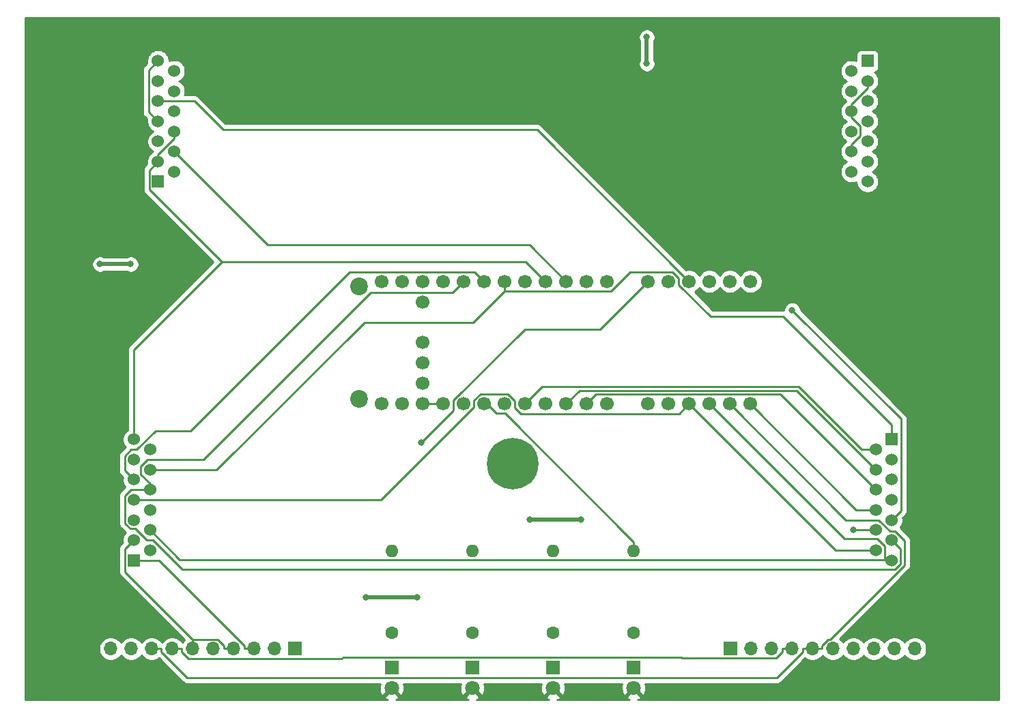
<source format=gbr>
G04 #@! TF.GenerationSoftware,KiCad,Pcbnew,(5.1.6-0-10_14)*
G04 #@! TF.CreationDate,2020-06-12T13:27:27+08:00*
G04 #@! TF.ProjectId,Kinesis,4b696e65-7369-4732-9e6b-696361645f70,rev?*
G04 #@! TF.SameCoordinates,Original*
G04 #@! TF.FileFunction,Copper,L1,Top*
G04 #@! TF.FilePolarity,Positive*
%FSLAX46Y46*%
G04 Gerber Fmt 4.6, Leading zero omitted, Abs format (unit mm)*
G04 Created by KiCad (PCBNEW (5.1.6-0-10_14)) date 2020-06-12 13:27:27*
%MOMM*%
%LPD*%
G01*
G04 APERTURE LIST*
G04 #@! TA.AperFunction,ComponentPad*
%ADD10R,1.524000X1.524000*%
G04 #@! TD*
G04 #@! TA.AperFunction,ComponentPad*
%ADD11C,1.524000*%
G04 #@! TD*
G04 #@! TA.AperFunction,ComponentPad*
%ADD12C,0.800000*%
G04 #@! TD*
G04 #@! TA.AperFunction,ComponentPad*
%ADD13C,6.400000*%
G04 #@! TD*
G04 #@! TA.AperFunction,ComponentPad*
%ADD14C,1.700000*%
G04 #@! TD*
G04 #@! TA.AperFunction,ComponentPad*
%ADD15C,2.200000*%
G04 #@! TD*
G04 #@! TA.AperFunction,ComponentPad*
%ADD16R,1.700000X1.700000*%
G04 #@! TD*
G04 #@! TA.AperFunction,ComponentPad*
%ADD17O,1.700000X1.700000*%
G04 #@! TD*
G04 #@! TA.AperFunction,ComponentPad*
%ADD18O,1.600000X1.600000*%
G04 #@! TD*
G04 #@! TA.AperFunction,ComponentPad*
%ADD19C,1.600000*%
G04 #@! TD*
G04 #@! TA.AperFunction,ComponentPad*
%ADD20C,1.800000*%
G04 #@! TD*
G04 #@! TA.AperFunction,ComponentPad*
%ADD21R,1.800000X1.800000*%
G04 #@! TD*
G04 #@! TA.AperFunction,ViaPad*
%ADD22C,0.800000*%
G04 #@! TD*
G04 #@! TA.AperFunction,Conductor*
%ADD23C,0.250000*%
G04 #@! TD*
G04 #@! TA.AperFunction,Conductor*
%ADD24C,0.500000*%
G04 #@! TD*
G04 #@! TA.AperFunction,Conductor*
%ADD25C,0.254000*%
G04 #@! TD*
G04 APERTURE END LIST*
D10*
X194000000Y-38000000D03*
D11*
X192000000Y-39250000D03*
X194000000Y-40500000D03*
X192000000Y-41750000D03*
X194000000Y-43000000D03*
X192000000Y-44250000D03*
X194000000Y-45500000D03*
X192000000Y-46750000D03*
X194000000Y-48000000D03*
X192000000Y-49250000D03*
X194000000Y-50500000D03*
X192000000Y-51750000D03*
X194000000Y-53000000D03*
D10*
X197000000Y-85000000D03*
D11*
X195000000Y-86250000D03*
X197000000Y-87500000D03*
X195000000Y-88750000D03*
X197000000Y-90000000D03*
X195000000Y-91250000D03*
X197000000Y-92500000D03*
X195000000Y-93750000D03*
X197000000Y-95000000D03*
X195000000Y-96250000D03*
X197000000Y-97500000D03*
X195000000Y-98750000D03*
X197000000Y-100000000D03*
D10*
X103000000Y-100000000D03*
D11*
X105000000Y-98750000D03*
X103000000Y-97500000D03*
X105000000Y-96250000D03*
X103000000Y-95000000D03*
X105000000Y-93750000D03*
X103000000Y-92500000D03*
X105000000Y-91250000D03*
X103000000Y-90000000D03*
X105000000Y-88750000D03*
X103000000Y-87500000D03*
X105000000Y-86250000D03*
X103000000Y-85000000D03*
D10*
X106000000Y-53000000D03*
D11*
X108000000Y-51750000D03*
X106000000Y-50500000D03*
X108000000Y-49250000D03*
X106000000Y-48000000D03*
X108000000Y-46750000D03*
X106000000Y-45500000D03*
X108000000Y-44250000D03*
X106000000Y-43000000D03*
X108000000Y-41750000D03*
X106000000Y-40500000D03*
X108000000Y-39250000D03*
X106000000Y-38000000D03*
D12*
X151697056Y-86302944D03*
X150000000Y-85600000D03*
X148302944Y-86302944D03*
X147600000Y-88000000D03*
X148302944Y-89697056D03*
X150000000Y-90400000D03*
X151697056Y-89697056D03*
X152400000Y-88000000D03*
D13*
X150000000Y-88000000D03*
D14*
X133750000Y-65385000D03*
X136290000Y-80600000D03*
D15*
X130925200Y-65995000D03*
X130925200Y-79990400D03*
D14*
X133750000Y-80600000D03*
X138830000Y-78060000D03*
X138830000Y-80600000D03*
X141370000Y-80600000D03*
X143910000Y-80600000D03*
X146450000Y-80600000D03*
X138830000Y-75520000D03*
X138830000Y-72980000D03*
X148990000Y-80600000D03*
X151530000Y-80600000D03*
X154070000Y-80600000D03*
X156610000Y-80600000D03*
X159150000Y-80600000D03*
X161690000Y-80600000D03*
X169310000Y-80600000D03*
X174390000Y-80600000D03*
X176930000Y-80600000D03*
X171850000Y-80600000D03*
X179470000Y-80600000D03*
X166770000Y-80600000D03*
X136290000Y-65385000D03*
X138830000Y-65385000D03*
X143910000Y-65385000D03*
X138830000Y-67925000D03*
X141370000Y-65385000D03*
X146450000Y-65385000D03*
X148990000Y-65385000D03*
X151530000Y-65385000D03*
X156610000Y-65385000D03*
X159150000Y-65385000D03*
X154070000Y-65385000D03*
X161690000Y-65385000D03*
X169310000Y-65385000D03*
X166770000Y-65385000D03*
X174390000Y-65385000D03*
X171850000Y-65385000D03*
X176930000Y-65385000D03*
X179470000Y-65385000D03*
D16*
X177000000Y-111000000D03*
D17*
X179540000Y-111000000D03*
X182080000Y-111000000D03*
X184620000Y-111000000D03*
X187160000Y-111000000D03*
X189700000Y-111000000D03*
X192240000Y-111000000D03*
X194780000Y-111000000D03*
X197320000Y-111000000D03*
X199860000Y-111000000D03*
D16*
X123000000Y-111000000D03*
D17*
X120460000Y-111000000D03*
X117920000Y-111000000D03*
X115380000Y-111000000D03*
X112840000Y-111000000D03*
X110300000Y-111000000D03*
X107760000Y-111000000D03*
X105220000Y-111000000D03*
X102680000Y-111000000D03*
X100140000Y-111000000D03*
D18*
X135000000Y-98840000D03*
D19*
X135000000Y-109000000D03*
X145000000Y-109000000D03*
D18*
X145000000Y-98840000D03*
X155000000Y-98840000D03*
D19*
X155000000Y-109000000D03*
D18*
X165000000Y-98840000D03*
D19*
X165000000Y-109000000D03*
D20*
X135000000Y-115890000D03*
D21*
X135000000Y-113350000D03*
X145000000Y-113350000D03*
D20*
X145000000Y-115890000D03*
X155000000Y-115890000D03*
D21*
X155000000Y-113350000D03*
D20*
X165000000Y-115890000D03*
D21*
X165000000Y-113350000D03*
D22*
X154940000Y-44196000D03*
X158496000Y-94996000D03*
X152146000Y-94996000D03*
X184656400Y-68949700D03*
X192278000Y-96266000D03*
X131826000Y-104648000D03*
X138176000Y-104648000D03*
X102616000Y-63246000D03*
X98806000Y-63246000D03*
X138680600Y-85391900D03*
X166624000Y-38354000D03*
X166624000Y-35052000D03*
D23*
X152146000Y-94996000D02*
X152146000Y-94996000D01*
X158496000Y-94996000D02*
X158496000Y-94996000D01*
X165000000Y-97714700D02*
X149064000Y-81778700D01*
X149064000Y-81778700D02*
X147947000Y-81778700D01*
X147947000Y-81778700D02*
X146768300Y-80600000D01*
X146768300Y-80600000D02*
X146450000Y-80600000D01*
X165000000Y-98840000D02*
X165000000Y-97714700D01*
X171850000Y-65385000D02*
X153012700Y-46547700D01*
X153012700Y-46547700D02*
X114059400Y-46547700D01*
X114059400Y-46547700D02*
X110511700Y-43000000D01*
X110511700Y-43000000D02*
X106000000Y-43000000D01*
X148990000Y-66565400D02*
X145102900Y-70452500D01*
X145102900Y-70452500D02*
X131582600Y-70452500D01*
X131582600Y-70452500D02*
X113285100Y-88750000D01*
X113285100Y-88750000D02*
X105000000Y-88750000D01*
X148990000Y-65385000D02*
X148990000Y-66565400D01*
X148990000Y-66565400D02*
X162202700Y-66565400D01*
X162202700Y-66565400D02*
X164568500Y-64199600D01*
X164568500Y-64199600D02*
X169791000Y-64199600D01*
X169791000Y-64199600D02*
X170580000Y-64988600D01*
X170580000Y-64988600D02*
X170580000Y-65793100D01*
X170580000Y-65793100D02*
X174509600Y-69722700D01*
X174509600Y-69722700D02*
X183502000Y-69722700D01*
X183502000Y-69722700D02*
X197000000Y-83220700D01*
X197000000Y-83220700D02*
X197000000Y-85000000D01*
X146450000Y-65385000D02*
X145270000Y-64205000D01*
X145270000Y-64205000D02*
X129798700Y-64205000D01*
X129798700Y-64205000D02*
X110050800Y-83952900D01*
X110050800Y-83952900D02*
X105672200Y-83952900D01*
X105672200Y-83952900D02*
X103375100Y-86250000D01*
X103375100Y-86250000D02*
X102701300Y-86250000D01*
X102701300Y-86250000D02*
X101865900Y-87085400D01*
X101865900Y-87085400D02*
X101865900Y-88865900D01*
X101865900Y-88865900D02*
X103000000Y-90000000D01*
X184656400Y-68949700D02*
X198147700Y-82441000D01*
X198147700Y-82441000D02*
X198147700Y-93852300D01*
X198147700Y-93852300D02*
X197000000Y-95000000D01*
X105000000Y-91250000D02*
X102642300Y-91250000D01*
X102642300Y-91250000D02*
X101902200Y-91990100D01*
X101902200Y-91990100D02*
X101902200Y-95439900D01*
X101902200Y-95439900D02*
X102552900Y-96090600D01*
X102552900Y-96090600D02*
X103215500Y-96090600D01*
X103215500Y-96090600D02*
X104624900Y-97500000D01*
X104624900Y-97500000D02*
X105353100Y-97500000D01*
X105353100Y-97500000D02*
X108988300Y-101135200D01*
X108988300Y-101135200D02*
X197403100Y-101135200D01*
X197403100Y-101135200D02*
X198097100Y-100441200D01*
X198097100Y-100441200D02*
X198097100Y-98597100D01*
X198097100Y-98597100D02*
X197000000Y-97500000D01*
X105000000Y-91250000D02*
X105000000Y-90462100D01*
X105000000Y-90462100D02*
X103892400Y-89354500D01*
X103892400Y-89354500D02*
X103892400Y-88312000D01*
X103892400Y-88312000D02*
X104704400Y-87500000D01*
X104704400Y-87500000D02*
X111600200Y-87500000D01*
X111600200Y-87500000D02*
X132361100Y-66739100D01*
X132361100Y-66739100D02*
X142555900Y-66739100D01*
X142555900Y-66739100D02*
X143910000Y-65385000D01*
X159150000Y-80600000D02*
X160357500Y-79392500D01*
X160357500Y-79392500D02*
X183142500Y-79392500D01*
X183142500Y-79392500D02*
X195000000Y-91250000D01*
X196107800Y-99965400D02*
X108715400Y-99965400D01*
X108715400Y-99965400D02*
X105000000Y-96250000D01*
X197000000Y-100000000D02*
X196965400Y-99965400D01*
X196965400Y-99965400D02*
X196107800Y-99965400D01*
X174390000Y-80600000D02*
X191130600Y-97340600D01*
X191130600Y-97340600D02*
X195215600Y-97340600D01*
X195215600Y-97340600D02*
X196107800Y-98232800D01*
X196107800Y-98232800D02*
X196107800Y-99965400D01*
X184620000Y-111000000D02*
X183444700Y-111000000D01*
X107760000Y-111000000D02*
X108935300Y-111000000D01*
X108935300Y-111000000D02*
X108935300Y-111367300D01*
X108935300Y-111367300D02*
X109767900Y-112199900D01*
X109767900Y-112199900D02*
X128849700Y-112199900D01*
X128849700Y-112199900D02*
X128949500Y-112100100D01*
X128949500Y-112100100D02*
X170899700Y-112100100D01*
X170899700Y-112100100D02*
X170974900Y-112175300D01*
X170974900Y-112175300D02*
X182636800Y-112175300D01*
X182636800Y-112175300D02*
X183444700Y-111367400D01*
X183444700Y-111367400D02*
X183444700Y-111000000D01*
X151530000Y-80600000D02*
X153644500Y-78485500D01*
X153644500Y-78485500D02*
X185465200Y-78485500D01*
X185465200Y-78485500D02*
X193229700Y-86250000D01*
X193229700Y-86250000D02*
X195000000Y-86250000D01*
X192294000Y-96250000D02*
X192278000Y-96266000D01*
X195000000Y-96250000D02*
X192294000Y-96250000D01*
D24*
X131826000Y-104648000D02*
X138176000Y-104648000D01*
X102616000Y-63246000D02*
X98806000Y-63246000D01*
X152146000Y-94996000D02*
X158496000Y-94996000D01*
D23*
X138680600Y-85391900D02*
X142640000Y-81432500D01*
X142640000Y-81432500D02*
X142640000Y-80180600D01*
X142640000Y-80180600D02*
X151478000Y-71342600D01*
X151478000Y-71342600D02*
X160812400Y-71342600D01*
X160812400Y-71342600D02*
X166770000Y-65385000D01*
X115380000Y-111000000D02*
X114204700Y-111000000D01*
X110300000Y-109824700D02*
X113396800Y-109824700D01*
X113396800Y-109824700D02*
X114204700Y-110632600D01*
X114204700Y-110632600D02*
X114204700Y-111000000D01*
X110300000Y-109937300D02*
X110300000Y-109824700D01*
X110300000Y-111000000D02*
X110300000Y-109937300D01*
X110300000Y-109824700D02*
X101912600Y-101437300D01*
X101912600Y-101437300D02*
X101912600Y-98587400D01*
X101912600Y-98587400D02*
X103000000Y-97500000D01*
X117920000Y-111000000D02*
X116744700Y-111000000D01*
X116744700Y-111000000D02*
X116744700Y-110632700D01*
X116744700Y-110632700D02*
X106112000Y-100000000D01*
X106112000Y-100000000D02*
X103000000Y-100000000D01*
X192000000Y-44250000D02*
X192000000Y-43375000D01*
X192000000Y-43375000D02*
X194000000Y-41375000D01*
X194000000Y-41375000D02*
X194000000Y-40500000D01*
X192000000Y-49250000D02*
X192000000Y-48375000D01*
X192000000Y-48375000D02*
X193107700Y-47267300D01*
X193107700Y-47267300D02*
X193107700Y-46145500D01*
X193107700Y-46145500D02*
X192000000Y-45037800D01*
X192000000Y-45037800D02*
X192000000Y-44250000D01*
X195000000Y-93750000D02*
X192620000Y-93750000D01*
X192620000Y-93750000D02*
X179470000Y-80600000D01*
X171850000Y-80600000D02*
X190000000Y-98750000D01*
X190000000Y-98750000D02*
X195000000Y-98750000D01*
X171850000Y-80600000D02*
X170620900Y-81829100D01*
X170620900Y-81829100D02*
X151001800Y-81829100D01*
X151001800Y-81829100D02*
X150260000Y-81087300D01*
X150260000Y-81087300D02*
X150260000Y-80202400D01*
X150260000Y-80202400D02*
X149436800Y-79379200D01*
X149436800Y-79379200D02*
X145976100Y-79379200D01*
X145976100Y-79379200D02*
X145180000Y-80175300D01*
X145180000Y-80175300D02*
X145180000Y-80998900D01*
X145180000Y-80998900D02*
X133678900Y-92500000D01*
X133678900Y-92500000D02*
X103000000Y-92500000D01*
X156610000Y-65385000D02*
X152086800Y-60861800D01*
X152086800Y-60861800D02*
X119611800Y-60861800D01*
X119611800Y-60861800D02*
X108000000Y-49250000D01*
X106000000Y-45500000D02*
X104852300Y-44352300D01*
X104852300Y-44352300D02*
X104852300Y-39147700D01*
X104852300Y-39147700D02*
X106000000Y-38000000D01*
X106000000Y-50500000D02*
X106000000Y-49625000D01*
X106000000Y-49625000D02*
X108000000Y-47625000D01*
X108000000Y-47625000D02*
X108000000Y-46750000D01*
X113906000Y-62942400D02*
X104912600Y-53949000D01*
X104912600Y-53949000D02*
X104912600Y-51587400D01*
X104912600Y-51587400D02*
X106000000Y-50500000D01*
X154070000Y-65385000D02*
X151627400Y-62942400D01*
X151627400Y-62942400D02*
X113906000Y-62942400D01*
X113906000Y-62942400D02*
X103000000Y-73848400D01*
X103000000Y-73848400D02*
X103000000Y-85000000D01*
X187160000Y-111000000D02*
X185984700Y-111000000D01*
X105220000Y-111000000D02*
X106395300Y-111000000D01*
X106395300Y-111000000D02*
X106395300Y-111367300D01*
X106395300Y-111367300D02*
X109603400Y-114575400D01*
X109603400Y-114575400D02*
X182776600Y-114575400D01*
X182776600Y-114575400D02*
X185984700Y-111367300D01*
X185984700Y-111367300D02*
X185984700Y-111000000D01*
X187160000Y-111000000D02*
X188335300Y-111000000D01*
X188335300Y-111000000D02*
X188335300Y-110613700D01*
X188335300Y-110613700D02*
X189124300Y-109824700D01*
X189124300Y-109824700D02*
X189387500Y-109824700D01*
X189387500Y-109824700D02*
X198598100Y-100614100D01*
X198598100Y-100614100D02*
X198598100Y-97560200D01*
X198598100Y-97560200D02*
X197447200Y-96409300D01*
X197447200Y-96409300D02*
X196784400Y-96409300D01*
X196784400Y-96409300D02*
X195391700Y-95016600D01*
X195391700Y-95016600D02*
X191346600Y-95016600D01*
X191346600Y-95016600D02*
X176930000Y-80600000D01*
X195000000Y-88750000D02*
X185187300Y-78937300D01*
X185187300Y-78937300D02*
X158272700Y-78937300D01*
X158272700Y-78937300D02*
X156610000Y-80600000D01*
X141370000Y-80600000D02*
X138830000Y-80600000D01*
D24*
X166624000Y-38354000D02*
X166624000Y-35052000D01*
D25*
G36*
X210241100Y-117343600D02*
G01*
X165493486Y-117343600D01*
X165651199Y-117288222D01*
X165800792Y-117208261D01*
X165884475Y-116954080D01*
X165000000Y-116069605D01*
X164115525Y-116954080D01*
X164199208Y-117208261D01*
X164471775Y-117339158D01*
X164489073Y-117343600D01*
X155493486Y-117343600D01*
X155651199Y-117288222D01*
X155800792Y-117208261D01*
X155884475Y-116954080D01*
X155000000Y-116069605D01*
X154115525Y-116954080D01*
X154199208Y-117208261D01*
X154471775Y-117339158D01*
X154489073Y-117343600D01*
X145493486Y-117343600D01*
X145651199Y-117288222D01*
X145800792Y-117208261D01*
X145884475Y-116954080D01*
X145000000Y-116069605D01*
X144115525Y-116954080D01*
X144199208Y-117208261D01*
X144471775Y-117339158D01*
X144489073Y-117343600D01*
X135493486Y-117343600D01*
X135651199Y-117288222D01*
X135800792Y-117208261D01*
X135884475Y-116954080D01*
X135000000Y-116069605D01*
X134115525Y-116954080D01*
X134199208Y-117208261D01*
X134471775Y-117339158D01*
X134489073Y-117343600D01*
X89561100Y-117343600D01*
X89561100Y-110853740D01*
X98655000Y-110853740D01*
X98655000Y-111146260D01*
X98712068Y-111433158D01*
X98824010Y-111703411D01*
X98986525Y-111946632D01*
X99193368Y-112153475D01*
X99436589Y-112315990D01*
X99706842Y-112427932D01*
X99993740Y-112485000D01*
X100286260Y-112485000D01*
X100573158Y-112427932D01*
X100843411Y-112315990D01*
X101086632Y-112153475D01*
X101293475Y-111946632D01*
X101410000Y-111772240D01*
X101526525Y-111946632D01*
X101733368Y-112153475D01*
X101976589Y-112315990D01*
X102246842Y-112427932D01*
X102533740Y-112485000D01*
X102826260Y-112485000D01*
X103113158Y-112427932D01*
X103383411Y-112315990D01*
X103626632Y-112153475D01*
X103833475Y-111946632D01*
X103950000Y-111772240D01*
X104066525Y-111946632D01*
X104273368Y-112153475D01*
X104516589Y-112315990D01*
X104786842Y-112427932D01*
X105073740Y-112485000D01*
X105366260Y-112485000D01*
X105653158Y-112427932D01*
X105923411Y-112315990D01*
X106130690Y-112177491D01*
X109039601Y-115086403D01*
X109063399Y-115115401D01*
X109092397Y-115139199D01*
X109179124Y-115210374D01*
X109311153Y-115280946D01*
X109454414Y-115324403D01*
X109603400Y-115339077D01*
X109640733Y-115335400D01*
X133563508Y-115335400D01*
X133550842Y-115361775D01*
X133475635Y-115654642D01*
X133459009Y-115956553D01*
X133501603Y-116255907D01*
X133601778Y-116541199D01*
X133681739Y-116690792D01*
X133935920Y-116774475D01*
X134820395Y-115890000D01*
X134806253Y-115875858D01*
X134985858Y-115696253D01*
X135000000Y-115710395D01*
X135014143Y-115696253D01*
X135193748Y-115875858D01*
X135179605Y-115890000D01*
X136064080Y-116774475D01*
X136318261Y-116690792D01*
X136449158Y-116418225D01*
X136524365Y-116125358D01*
X136540991Y-115823447D01*
X136498397Y-115524093D01*
X136432141Y-115335400D01*
X143563508Y-115335400D01*
X143550842Y-115361775D01*
X143475635Y-115654642D01*
X143459009Y-115956553D01*
X143501603Y-116255907D01*
X143601778Y-116541199D01*
X143681739Y-116690792D01*
X143935920Y-116774475D01*
X144820395Y-115890000D01*
X144806253Y-115875858D01*
X144985858Y-115696253D01*
X145000000Y-115710395D01*
X145014143Y-115696253D01*
X145193748Y-115875858D01*
X145179605Y-115890000D01*
X146064080Y-116774475D01*
X146318261Y-116690792D01*
X146449158Y-116418225D01*
X146524365Y-116125358D01*
X146540991Y-115823447D01*
X146498397Y-115524093D01*
X146432141Y-115335400D01*
X153563508Y-115335400D01*
X153550842Y-115361775D01*
X153475635Y-115654642D01*
X153459009Y-115956553D01*
X153501603Y-116255907D01*
X153601778Y-116541199D01*
X153681739Y-116690792D01*
X153935920Y-116774475D01*
X154820395Y-115890000D01*
X154806253Y-115875858D01*
X154985858Y-115696253D01*
X155000000Y-115710395D01*
X155014143Y-115696253D01*
X155193748Y-115875858D01*
X155179605Y-115890000D01*
X156064080Y-116774475D01*
X156318261Y-116690792D01*
X156449158Y-116418225D01*
X156524365Y-116125358D01*
X156540991Y-115823447D01*
X156498397Y-115524093D01*
X156432141Y-115335400D01*
X163563508Y-115335400D01*
X163550842Y-115361775D01*
X163475635Y-115654642D01*
X163459009Y-115956553D01*
X163501603Y-116255907D01*
X163601778Y-116541199D01*
X163681739Y-116690792D01*
X163935920Y-116774475D01*
X164820395Y-115890000D01*
X164806253Y-115875858D01*
X164985858Y-115696253D01*
X165000000Y-115710395D01*
X165014143Y-115696253D01*
X165193748Y-115875858D01*
X165179605Y-115890000D01*
X166064080Y-116774475D01*
X166318261Y-116690792D01*
X166449158Y-116418225D01*
X166524365Y-116125358D01*
X166540991Y-115823447D01*
X166498397Y-115524093D01*
X166432141Y-115335400D01*
X182739278Y-115335400D01*
X182776600Y-115339076D01*
X182813922Y-115335400D01*
X182813933Y-115335400D01*
X182925586Y-115324403D01*
X183068847Y-115280946D01*
X183200876Y-115210374D01*
X183316601Y-115115401D01*
X183340404Y-115086397D01*
X186249311Y-112177491D01*
X186456589Y-112315990D01*
X186726842Y-112427932D01*
X187013740Y-112485000D01*
X187306260Y-112485000D01*
X187593158Y-112427932D01*
X187863411Y-112315990D01*
X188106632Y-112153475D01*
X188313475Y-111946632D01*
X188430000Y-111772240D01*
X188546525Y-111946632D01*
X188753368Y-112153475D01*
X188996589Y-112315990D01*
X189266842Y-112427932D01*
X189553740Y-112485000D01*
X189846260Y-112485000D01*
X190133158Y-112427932D01*
X190403411Y-112315990D01*
X190646632Y-112153475D01*
X190853475Y-111946632D01*
X190970000Y-111772240D01*
X191086525Y-111946632D01*
X191293368Y-112153475D01*
X191536589Y-112315990D01*
X191806842Y-112427932D01*
X192093740Y-112485000D01*
X192386260Y-112485000D01*
X192673158Y-112427932D01*
X192943411Y-112315990D01*
X193186632Y-112153475D01*
X193393475Y-111946632D01*
X193510000Y-111772240D01*
X193626525Y-111946632D01*
X193833368Y-112153475D01*
X194076589Y-112315990D01*
X194346842Y-112427932D01*
X194633740Y-112485000D01*
X194926260Y-112485000D01*
X195213158Y-112427932D01*
X195483411Y-112315990D01*
X195726632Y-112153475D01*
X195933475Y-111946632D01*
X196050000Y-111772240D01*
X196166525Y-111946632D01*
X196373368Y-112153475D01*
X196616589Y-112315990D01*
X196886842Y-112427932D01*
X197173740Y-112485000D01*
X197466260Y-112485000D01*
X197753158Y-112427932D01*
X198023411Y-112315990D01*
X198266632Y-112153475D01*
X198473475Y-111946632D01*
X198590000Y-111772240D01*
X198706525Y-111946632D01*
X198913368Y-112153475D01*
X199156589Y-112315990D01*
X199426842Y-112427932D01*
X199713740Y-112485000D01*
X200006260Y-112485000D01*
X200293158Y-112427932D01*
X200563411Y-112315990D01*
X200806632Y-112153475D01*
X201013475Y-111946632D01*
X201175990Y-111703411D01*
X201287932Y-111433158D01*
X201345000Y-111146260D01*
X201345000Y-110853740D01*
X201287932Y-110566842D01*
X201175990Y-110296589D01*
X201013475Y-110053368D01*
X200806632Y-109846525D01*
X200563411Y-109684010D01*
X200293158Y-109572068D01*
X200006260Y-109515000D01*
X199713740Y-109515000D01*
X199426842Y-109572068D01*
X199156589Y-109684010D01*
X198913368Y-109846525D01*
X198706525Y-110053368D01*
X198590000Y-110227760D01*
X198473475Y-110053368D01*
X198266632Y-109846525D01*
X198023411Y-109684010D01*
X197753158Y-109572068D01*
X197466260Y-109515000D01*
X197173740Y-109515000D01*
X196886842Y-109572068D01*
X196616589Y-109684010D01*
X196373368Y-109846525D01*
X196166525Y-110053368D01*
X196050000Y-110227760D01*
X195933475Y-110053368D01*
X195726632Y-109846525D01*
X195483411Y-109684010D01*
X195213158Y-109572068D01*
X194926260Y-109515000D01*
X194633740Y-109515000D01*
X194346842Y-109572068D01*
X194076589Y-109684010D01*
X193833368Y-109846525D01*
X193626525Y-110053368D01*
X193510000Y-110227760D01*
X193393475Y-110053368D01*
X193186632Y-109846525D01*
X192943411Y-109684010D01*
X192673158Y-109572068D01*
X192386260Y-109515000D01*
X192093740Y-109515000D01*
X191806842Y-109572068D01*
X191536589Y-109684010D01*
X191293368Y-109846525D01*
X191086525Y-110053368D01*
X190970000Y-110227760D01*
X190853475Y-110053368D01*
X190646632Y-109846525D01*
X190523051Y-109763951D01*
X199109109Y-101177893D01*
X199138101Y-101154101D01*
X199161895Y-101125108D01*
X199161899Y-101125104D01*
X199233073Y-101038377D01*
X199233074Y-101038376D01*
X199303646Y-100906347D01*
X199347103Y-100763086D01*
X199358100Y-100651433D01*
X199358100Y-100651424D01*
X199361776Y-100614101D01*
X199358100Y-100576778D01*
X199358100Y-97597522D01*
X199361776Y-97560199D01*
X199358100Y-97522876D01*
X199358100Y-97522867D01*
X199347103Y-97411214D01*
X199303646Y-97267953D01*
X199233074Y-97135924D01*
X199186954Y-97079726D01*
X199161899Y-97049196D01*
X199161895Y-97049192D01*
X199138101Y-97020199D01*
X199109108Y-96996405D01*
X198044178Y-95931477D01*
X198085120Y-95890535D01*
X198238005Y-95661727D01*
X198343314Y-95407490D01*
X198397000Y-95137592D01*
X198397000Y-94862408D01*
X198366372Y-94708430D01*
X198658703Y-94416099D01*
X198687701Y-94392301D01*
X198771285Y-94290454D01*
X198782674Y-94276577D01*
X198853246Y-94144547D01*
X198873191Y-94078795D01*
X198896703Y-94001286D01*
X198907700Y-93889633D01*
X198907700Y-93889623D01*
X198911376Y-93852300D01*
X198907700Y-93814977D01*
X198907700Y-82478322D01*
X198911376Y-82440999D01*
X198907700Y-82403676D01*
X198907700Y-82403667D01*
X198896703Y-82292014D01*
X198853246Y-82148753D01*
X198782674Y-82016724D01*
X198746381Y-81972501D01*
X198711499Y-81929996D01*
X198711495Y-81929992D01*
X198687701Y-81900999D01*
X198658710Y-81877207D01*
X185691400Y-68909899D01*
X185691400Y-68847761D01*
X185651626Y-68647802D01*
X185573605Y-68459444D01*
X185460337Y-68289926D01*
X185316174Y-68145763D01*
X185146656Y-68032495D01*
X184958298Y-67954474D01*
X184758339Y-67914700D01*
X184554461Y-67914700D01*
X184354502Y-67954474D01*
X184166144Y-68032495D01*
X183996626Y-68145763D01*
X183852463Y-68289926D01*
X183739195Y-68459444D01*
X183661174Y-68647802D01*
X183621400Y-68847761D01*
X183621400Y-68970783D01*
X183539333Y-68962700D01*
X183539322Y-68962700D01*
X183502000Y-68959024D01*
X183464678Y-68962700D01*
X174824402Y-68962700D01*
X172558974Y-66697273D01*
X172796632Y-66538475D01*
X173003475Y-66331632D01*
X173120000Y-66157240D01*
X173236525Y-66331632D01*
X173443368Y-66538475D01*
X173686589Y-66700990D01*
X173956842Y-66812932D01*
X174243740Y-66870000D01*
X174536260Y-66870000D01*
X174823158Y-66812932D01*
X175093411Y-66700990D01*
X175336632Y-66538475D01*
X175543475Y-66331632D01*
X175660000Y-66157240D01*
X175776525Y-66331632D01*
X175983368Y-66538475D01*
X176226589Y-66700990D01*
X176496842Y-66812932D01*
X176783740Y-66870000D01*
X177076260Y-66870000D01*
X177363158Y-66812932D01*
X177633411Y-66700990D01*
X177876632Y-66538475D01*
X178083475Y-66331632D01*
X178200000Y-66157240D01*
X178316525Y-66331632D01*
X178523368Y-66538475D01*
X178766589Y-66700990D01*
X179036842Y-66812932D01*
X179323740Y-66870000D01*
X179616260Y-66870000D01*
X179903158Y-66812932D01*
X180173411Y-66700990D01*
X180416632Y-66538475D01*
X180623475Y-66331632D01*
X180785990Y-66088411D01*
X180897932Y-65818158D01*
X180955000Y-65531260D01*
X180955000Y-65238740D01*
X180897932Y-64951842D01*
X180785990Y-64681589D01*
X180623475Y-64438368D01*
X180416632Y-64231525D01*
X180173411Y-64069010D01*
X179903158Y-63957068D01*
X179616260Y-63900000D01*
X179323740Y-63900000D01*
X179036842Y-63957068D01*
X178766589Y-64069010D01*
X178523368Y-64231525D01*
X178316525Y-64438368D01*
X178200000Y-64612760D01*
X178083475Y-64438368D01*
X177876632Y-64231525D01*
X177633411Y-64069010D01*
X177363158Y-63957068D01*
X177076260Y-63900000D01*
X176783740Y-63900000D01*
X176496842Y-63957068D01*
X176226589Y-64069010D01*
X175983368Y-64231525D01*
X175776525Y-64438368D01*
X175660000Y-64612760D01*
X175543475Y-64438368D01*
X175336632Y-64231525D01*
X175093411Y-64069010D01*
X174823158Y-63957068D01*
X174536260Y-63900000D01*
X174243740Y-63900000D01*
X173956842Y-63957068D01*
X173686589Y-64069010D01*
X173443368Y-64231525D01*
X173236525Y-64438368D01*
X173120000Y-64612760D01*
X173003475Y-64438368D01*
X172796632Y-64231525D01*
X172553411Y-64069010D01*
X172283158Y-63957068D01*
X171996260Y-63900000D01*
X171703740Y-63900000D01*
X171483592Y-63943790D01*
X153576504Y-46036703D01*
X153552701Y-46007699D01*
X153436976Y-45912726D01*
X153304947Y-45842154D01*
X153161686Y-45798697D01*
X153050033Y-45787700D01*
X153050022Y-45787700D01*
X153012700Y-45784024D01*
X152975378Y-45787700D01*
X114374203Y-45787700D01*
X111075504Y-42489003D01*
X111051701Y-42459999D01*
X110935976Y-42365026D01*
X110803947Y-42294454D01*
X110660686Y-42250997D01*
X110549033Y-42240000D01*
X110549022Y-42240000D01*
X110511700Y-42236324D01*
X110474378Y-42240000D01*
X109309137Y-42240000D01*
X109343314Y-42157490D01*
X109397000Y-41887592D01*
X109397000Y-41612408D01*
X109343314Y-41342510D01*
X109238005Y-41088273D01*
X109085120Y-40859465D01*
X108890535Y-40664880D01*
X108661727Y-40511995D01*
X108632769Y-40500000D01*
X108661727Y-40488005D01*
X108890535Y-40335120D01*
X109085120Y-40140535D01*
X109238005Y-39911727D01*
X109343314Y-39657490D01*
X109397000Y-39387592D01*
X109397000Y-39112408D01*
X109343314Y-38842510D01*
X109238005Y-38588273D01*
X109085120Y-38359465D01*
X108890535Y-38164880D01*
X108661727Y-38011995D01*
X108407490Y-37906686D01*
X108137592Y-37853000D01*
X107862408Y-37853000D01*
X107592510Y-37906686D01*
X107397000Y-37987669D01*
X107397000Y-37862408D01*
X107343314Y-37592510D01*
X107238005Y-37338273D01*
X107085120Y-37109465D01*
X106890535Y-36914880D01*
X106661727Y-36761995D01*
X106407490Y-36656686D01*
X106137592Y-36603000D01*
X105862408Y-36603000D01*
X105592510Y-36656686D01*
X105338273Y-36761995D01*
X105109465Y-36914880D01*
X104914880Y-37109465D01*
X104761995Y-37338273D01*
X104656686Y-37592510D01*
X104603000Y-37862408D01*
X104603000Y-38137592D01*
X104633628Y-38291571D01*
X104341298Y-38583901D01*
X104312300Y-38607699D01*
X104288502Y-38636697D01*
X104288501Y-38636698D01*
X104217326Y-38723424D01*
X104146754Y-38855454D01*
X104103298Y-38998715D01*
X104088624Y-39147700D01*
X104092301Y-39185032D01*
X104092300Y-44314977D01*
X104088624Y-44352300D01*
X104092300Y-44389622D01*
X104092300Y-44389632D01*
X104103297Y-44501285D01*
X104137344Y-44613524D01*
X104146754Y-44644546D01*
X104217326Y-44776576D01*
X104228344Y-44790001D01*
X104312299Y-44892301D01*
X104341303Y-44916104D01*
X104633628Y-45208429D01*
X104603000Y-45362408D01*
X104603000Y-45637592D01*
X104656686Y-45907490D01*
X104761995Y-46161727D01*
X104914880Y-46390535D01*
X105109465Y-46585120D01*
X105338273Y-46738005D01*
X105367231Y-46750000D01*
X105338273Y-46761995D01*
X105109465Y-46914880D01*
X104914880Y-47109465D01*
X104761995Y-47338273D01*
X104656686Y-47592510D01*
X104603000Y-47862408D01*
X104603000Y-48137592D01*
X104656686Y-48407490D01*
X104761995Y-48661727D01*
X104914880Y-48890535D01*
X105109465Y-49085120D01*
X105338273Y-49238005D01*
X105343861Y-49240320D01*
X105328944Y-49268229D01*
X105109465Y-49414880D01*
X104914880Y-49609465D01*
X104761995Y-49838273D01*
X104656686Y-50092510D01*
X104603000Y-50362408D01*
X104603000Y-50637592D01*
X104633628Y-50791571D01*
X104401598Y-51023601D01*
X104372600Y-51047399D01*
X104348802Y-51076397D01*
X104348801Y-51076398D01*
X104277626Y-51163124D01*
X104207054Y-51295154D01*
X104163598Y-51438415D01*
X104148924Y-51587400D01*
X104152601Y-51624732D01*
X104152600Y-53911677D01*
X104148924Y-53949000D01*
X104152600Y-53986322D01*
X104152600Y-53986332D01*
X104163597Y-54097985D01*
X104169212Y-54116494D01*
X104207054Y-54241246D01*
X104277626Y-54373276D01*
X104317471Y-54421826D01*
X104372599Y-54489001D01*
X104401603Y-54512804D01*
X112831198Y-62942400D01*
X102489003Y-73284596D01*
X102459999Y-73308399D01*
X102404871Y-73375574D01*
X102365026Y-73424124D01*
X102294455Y-73556153D01*
X102294454Y-73556154D01*
X102250997Y-73699415D01*
X102240000Y-73811068D01*
X102240000Y-73811078D01*
X102236324Y-73848400D01*
X102240000Y-73885722D01*
X102240001Y-83827658D01*
X102109465Y-83914880D01*
X101914880Y-84109465D01*
X101761995Y-84338273D01*
X101656686Y-84592510D01*
X101603000Y-84862408D01*
X101603000Y-85137592D01*
X101656686Y-85407490D01*
X101761995Y-85661727D01*
X101914880Y-85890535D01*
X101950422Y-85926077D01*
X101354902Y-86521597D01*
X101325899Y-86545399D01*
X101277116Y-86604842D01*
X101230926Y-86661124D01*
X101188766Y-86740000D01*
X101160354Y-86793154D01*
X101116897Y-86936415D01*
X101105900Y-87048068D01*
X101105900Y-87048078D01*
X101102224Y-87085400D01*
X101105900Y-87122723D01*
X101105901Y-88828568D01*
X101102224Y-88865900D01*
X101105901Y-88903233D01*
X101116898Y-89014886D01*
X101125198Y-89042247D01*
X101160354Y-89158146D01*
X101230926Y-89290176D01*
X101270399Y-89338273D01*
X101325900Y-89405901D01*
X101354898Y-89429699D01*
X101633628Y-89708429D01*
X101603000Y-89862408D01*
X101603000Y-90137592D01*
X101656686Y-90407490D01*
X101761995Y-90661727D01*
X101914880Y-90890535D01*
X101920921Y-90896576D01*
X101391202Y-91426297D01*
X101362199Y-91450099D01*
X101307071Y-91517274D01*
X101267226Y-91565824D01*
X101218229Y-91657490D01*
X101196654Y-91697854D01*
X101153197Y-91841115D01*
X101142200Y-91952768D01*
X101142200Y-91952778D01*
X101138524Y-91990100D01*
X101142200Y-92027423D01*
X101142201Y-95402568D01*
X101138524Y-95439900D01*
X101142201Y-95477233D01*
X101143459Y-95490000D01*
X101153198Y-95588885D01*
X101196654Y-95732146D01*
X101267226Y-95864176D01*
X101338401Y-95950902D01*
X101362200Y-95979901D01*
X101391198Y-96003699D01*
X101955922Y-96568423D01*
X101914880Y-96609465D01*
X101761995Y-96838273D01*
X101656686Y-97092510D01*
X101603000Y-97362408D01*
X101603000Y-97637592D01*
X101633628Y-97791571D01*
X101401598Y-98023601D01*
X101372600Y-98047399D01*
X101348802Y-98076397D01*
X101348801Y-98076398D01*
X101277626Y-98163124D01*
X101207054Y-98295154D01*
X101190517Y-98349673D01*
X101169110Y-98420245D01*
X101163598Y-98438415D01*
X101148924Y-98587400D01*
X101152601Y-98624732D01*
X101152600Y-101399977D01*
X101148924Y-101437300D01*
X101152600Y-101474622D01*
X101152600Y-101474632D01*
X101163597Y-101586285D01*
X101190569Y-101675201D01*
X101207054Y-101729546D01*
X101277626Y-101861576D01*
X101296195Y-101884202D01*
X101372599Y-101977301D01*
X101401603Y-102001104D01*
X109300196Y-109899697D01*
X109146525Y-110053368D01*
X109030000Y-110227760D01*
X108913475Y-110053368D01*
X108706632Y-109846525D01*
X108463411Y-109684010D01*
X108193158Y-109572068D01*
X107906260Y-109515000D01*
X107613740Y-109515000D01*
X107326842Y-109572068D01*
X107056589Y-109684010D01*
X106813368Y-109846525D01*
X106606525Y-110053368D01*
X106490000Y-110227760D01*
X106373475Y-110053368D01*
X106166632Y-109846525D01*
X105923411Y-109684010D01*
X105653158Y-109572068D01*
X105366260Y-109515000D01*
X105073740Y-109515000D01*
X104786842Y-109572068D01*
X104516589Y-109684010D01*
X104273368Y-109846525D01*
X104066525Y-110053368D01*
X103950000Y-110227760D01*
X103833475Y-110053368D01*
X103626632Y-109846525D01*
X103383411Y-109684010D01*
X103113158Y-109572068D01*
X102826260Y-109515000D01*
X102533740Y-109515000D01*
X102246842Y-109572068D01*
X101976589Y-109684010D01*
X101733368Y-109846525D01*
X101526525Y-110053368D01*
X101410000Y-110227760D01*
X101293475Y-110053368D01*
X101086632Y-109846525D01*
X100843411Y-109684010D01*
X100573158Y-109572068D01*
X100286260Y-109515000D01*
X99993740Y-109515000D01*
X99706842Y-109572068D01*
X99436589Y-109684010D01*
X99193368Y-109846525D01*
X98986525Y-110053368D01*
X98824010Y-110296589D01*
X98712068Y-110566842D01*
X98655000Y-110853740D01*
X89561100Y-110853740D01*
X89561100Y-63144061D01*
X97771000Y-63144061D01*
X97771000Y-63347939D01*
X97810774Y-63547898D01*
X97888795Y-63736256D01*
X98002063Y-63905774D01*
X98146226Y-64049937D01*
X98315744Y-64163205D01*
X98504102Y-64241226D01*
X98704061Y-64281000D01*
X98907939Y-64281000D01*
X99107898Y-64241226D01*
X99296256Y-64163205D01*
X99344454Y-64131000D01*
X102077546Y-64131000D01*
X102125744Y-64163205D01*
X102314102Y-64241226D01*
X102514061Y-64281000D01*
X102717939Y-64281000D01*
X102917898Y-64241226D01*
X103106256Y-64163205D01*
X103275774Y-64049937D01*
X103419937Y-63905774D01*
X103533205Y-63736256D01*
X103611226Y-63547898D01*
X103651000Y-63347939D01*
X103651000Y-63144061D01*
X103611226Y-62944102D01*
X103533205Y-62755744D01*
X103419937Y-62586226D01*
X103275774Y-62442063D01*
X103106256Y-62328795D01*
X102917898Y-62250774D01*
X102717939Y-62211000D01*
X102514061Y-62211000D01*
X102314102Y-62250774D01*
X102125744Y-62328795D01*
X102077546Y-62361000D01*
X99344454Y-62361000D01*
X99296256Y-62328795D01*
X99107898Y-62250774D01*
X98907939Y-62211000D01*
X98704061Y-62211000D01*
X98504102Y-62250774D01*
X98315744Y-62328795D01*
X98146226Y-62442063D01*
X98002063Y-62586226D01*
X97888795Y-62755744D01*
X97810774Y-62944102D01*
X97771000Y-63144061D01*
X89561100Y-63144061D01*
X89561100Y-34950061D01*
X165589000Y-34950061D01*
X165589000Y-35153939D01*
X165628774Y-35353898D01*
X165706795Y-35542256D01*
X165739001Y-35590456D01*
X165739000Y-37815545D01*
X165706795Y-37863744D01*
X165628774Y-38052102D01*
X165589000Y-38252061D01*
X165589000Y-38455939D01*
X165628774Y-38655898D01*
X165706795Y-38844256D01*
X165820063Y-39013774D01*
X165964226Y-39157937D01*
X166133744Y-39271205D01*
X166322102Y-39349226D01*
X166522061Y-39389000D01*
X166725939Y-39389000D01*
X166925898Y-39349226D01*
X167114256Y-39271205D01*
X167283774Y-39157937D01*
X167329303Y-39112408D01*
X190603000Y-39112408D01*
X190603000Y-39387592D01*
X190656686Y-39657490D01*
X190761995Y-39911727D01*
X190914880Y-40140535D01*
X191109465Y-40335120D01*
X191338273Y-40488005D01*
X191367231Y-40500000D01*
X191338273Y-40511995D01*
X191109465Y-40664880D01*
X190914880Y-40859465D01*
X190761995Y-41088273D01*
X190656686Y-41342510D01*
X190603000Y-41612408D01*
X190603000Y-41887592D01*
X190656686Y-42157490D01*
X190761995Y-42411727D01*
X190914880Y-42640535D01*
X191109465Y-42835120D01*
X191338273Y-42988005D01*
X191343861Y-42990320D01*
X191328944Y-43018229D01*
X191109465Y-43164880D01*
X190914880Y-43359465D01*
X190761995Y-43588273D01*
X190656686Y-43842510D01*
X190603000Y-44112408D01*
X190603000Y-44387592D01*
X190656686Y-44657490D01*
X190761995Y-44911727D01*
X190914880Y-45140535D01*
X191109465Y-45335120D01*
X191338273Y-45488005D01*
X191367231Y-45500000D01*
X191338273Y-45511995D01*
X191109465Y-45664880D01*
X190914880Y-45859465D01*
X190761995Y-46088273D01*
X190656686Y-46342510D01*
X190603000Y-46612408D01*
X190603000Y-46887592D01*
X190656686Y-47157490D01*
X190761995Y-47411727D01*
X190914880Y-47640535D01*
X191109465Y-47835120D01*
X191338273Y-47988005D01*
X191343861Y-47990320D01*
X191328944Y-48018229D01*
X191109465Y-48164880D01*
X190914880Y-48359465D01*
X190761995Y-48588273D01*
X190656686Y-48842510D01*
X190603000Y-49112408D01*
X190603000Y-49387592D01*
X190656686Y-49657490D01*
X190761995Y-49911727D01*
X190914880Y-50140535D01*
X191109465Y-50335120D01*
X191338273Y-50488005D01*
X191367231Y-50500000D01*
X191338273Y-50511995D01*
X191109465Y-50664880D01*
X190914880Y-50859465D01*
X190761995Y-51088273D01*
X190656686Y-51342510D01*
X190603000Y-51612408D01*
X190603000Y-51887592D01*
X190656686Y-52157490D01*
X190761995Y-52411727D01*
X190914880Y-52640535D01*
X191109465Y-52835120D01*
X191338273Y-52988005D01*
X191592510Y-53093314D01*
X191862408Y-53147000D01*
X192137592Y-53147000D01*
X192407490Y-53093314D01*
X192603000Y-53012331D01*
X192603000Y-53137592D01*
X192656686Y-53407490D01*
X192761995Y-53661727D01*
X192914880Y-53890535D01*
X193109465Y-54085120D01*
X193338273Y-54238005D01*
X193592510Y-54343314D01*
X193862408Y-54397000D01*
X194137592Y-54397000D01*
X194407490Y-54343314D01*
X194661727Y-54238005D01*
X194890535Y-54085120D01*
X195085120Y-53890535D01*
X195238005Y-53661727D01*
X195343314Y-53407490D01*
X195397000Y-53137592D01*
X195397000Y-52862408D01*
X195343314Y-52592510D01*
X195238005Y-52338273D01*
X195085120Y-52109465D01*
X194890535Y-51914880D01*
X194661727Y-51761995D01*
X194632769Y-51750000D01*
X194661727Y-51738005D01*
X194890535Y-51585120D01*
X195085120Y-51390535D01*
X195238005Y-51161727D01*
X195343314Y-50907490D01*
X195397000Y-50637592D01*
X195397000Y-50362408D01*
X195343314Y-50092510D01*
X195238005Y-49838273D01*
X195085120Y-49609465D01*
X194890535Y-49414880D01*
X194661727Y-49261995D01*
X194632769Y-49250000D01*
X194661727Y-49238005D01*
X194890535Y-49085120D01*
X195085120Y-48890535D01*
X195238005Y-48661727D01*
X195343314Y-48407490D01*
X195397000Y-48137592D01*
X195397000Y-47862408D01*
X195343314Y-47592510D01*
X195238005Y-47338273D01*
X195085120Y-47109465D01*
X194890535Y-46914880D01*
X194661727Y-46761995D01*
X194632769Y-46750000D01*
X194661727Y-46738005D01*
X194890535Y-46585120D01*
X195085120Y-46390535D01*
X195238005Y-46161727D01*
X195343314Y-45907490D01*
X195397000Y-45637592D01*
X195397000Y-45362408D01*
X195343314Y-45092510D01*
X195238005Y-44838273D01*
X195085120Y-44609465D01*
X194890535Y-44414880D01*
X194661727Y-44261995D01*
X194632769Y-44250000D01*
X194661727Y-44238005D01*
X194890535Y-44085120D01*
X195085120Y-43890535D01*
X195238005Y-43661727D01*
X195343314Y-43407490D01*
X195397000Y-43137592D01*
X195397000Y-42862408D01*
X195343314Y-42592510D01*
X195238005Y-42338273D01*
X195085120Y-42109465D01*
X194890535Y-41914880D01*
X194661727Y-41761995D01*
X194656139Y-41759680D01*
X194671057Y-41731771D01*
X194890535Y-41585120D01*
X195085120Y-41390535D01*
X195238005Y-41161727D01*
X195343314Y-40907490D01*
X195397000Y-40637592D01*
X195397000Y-40362408D01*
X195343314Y-40092510D01*
X195238005Y-39838273D01*
X195085120Y-39609465D01*
X194890535Y-39414880D01*
X194854708Y-39390941D01*
X194886482Y-39387812D01*
X195006180Y-39351502D01*
X195116494Y-39292537D01*
X195213185Y-39213185D01*
X195292537Y-39116494D01*
X195351502Y-39006180D01*
X195387812Y-38886482D01*
X195400072Y-38762000D01*
X195400072Y-37238000D01*
X195387812Y-37113518D01*
X195351502Y-36993820D01*
X195292537Y-36883506D01*
X195213185Y-36786815D01*
X195116494Y-36707463D01*
X195006180Y-36648498D01*
X194886482Y-36612188D01*
X194762000Y-36599928D01*
X193238000Y-36599928D01*
X193113518Y-36612188D01*
X192993820Y-36648498D01*
X192883506Y-36707463D01*
X192786815Y-36786815D01*
X192707463Y-36883506D01*
X192648498Y-36993820D01*
X192612188Y-37113518D01*
X192599928Y-37238000D01*
X192599928Y-37986397D01*
X192407490Y-37906686D01*
X192137592Y-37853000D01*
X191862408Y-37853000D01*
X191592510Y-37906686D01*
X191338273Y-38011995D01*
X191109465Y-38164880D01*
X190914880Y-38359465D01*
X190761995Y-38588273D01*
X190656686Y-38842510D01*
X190603000Y-39112408D01*
X167329303Y-39112408D01*
X167427937Y-39013774D01*
X167541205Y-38844256D01*
X167619226Y-38655898D01*
X167659000Y-38455939D01*
X167659000Y-38252061D01*
X167619226Y-38052102D01*
X167541205Y-37863744D01*
X167509000Y-37815546D01*
X167509000Y-35590454D01*
X167541205Y-35542256D01*
X167619226Y-35353898D01*
X167659000Y-35153939D01*
X167659000Y-34950061D01*
X167619226Y-34750102D01*
X167541205Y-34561744D01*
X167427937Y-34392226D01*
X167283774Y-34248063D01*
X167114256Y-34134795D01*
X166925898Y-34056774D01*
X166725939Y-34017000D01*
X166522061Y-34017000D01*
X166322102Y-34056774D01*
X166133744Y-34134795D01*
X165964226Y-34248063D01*
X165820063Y-34392226D01*
X165706795Y-34561744D01*
X165628774Y-34750102D01*
X165589000Y-34950061D01*
X89561100Y-34950061D01*
X89561100Y-32663600D01*
X210241101Y-32663600D01*
X210241100Y-117343600D01*
G37*
X210241100Y-117343600D02*
X165493486Y-117343600D01*
X165651199Y-117288222D01*
X165800792Y-117208261D01*
X165884475Y-116954080D01*
X165000000Y-116069605D01*
X164115525Y-116954080D01*
X164199208Y-117208261D01*
X164471775Y-117339158D01*
X164489073Y-117343600D01*
X155493486Y-117343600D01*
X155651199Y-117288222D01*
X155800792Y-117208261D01*
X155884475Y-116954080D01*
X155000000Y-116069605D01*
X154115525Y-116954080D01*
X154199208Y-117208261D01*
X154471775Y-117339158D01*
X154489073Y-117343600D01*
X145493486Y-117343600D01*
X145651199Y-117288222D01*
X145800792Y-117208261D01*
X145884475Y-116954080D01*
X145000000Y-116069605D01*
X144115525Y-116954080D01*
X144199208Y-117208261D01*
X144471775Y-117339158D01*
X144489073Y-117343600D01*
X135493486Y-117343600D01*
X135651199Y-117288222D01*
X135800792Y-117208261D01*
X135884475Y-116954080D01*
X135000000Y-116069605D01*
X134115525Y-116954080D01*
X134199208Y-117208261D01*
X134471775Y-117339158D01*
X134489073Y-117343600D01*
X89561100Y-117343600D01*
X89561100Y-110853740D01*
X98655000Y-110853740D01*
X98655000Y-111146260D01*
X98712068Y-111433158D01*
X98824010Y-111703411D01*
X98986525Y-111946632D01*
X99193368Y-112153475D01*
X99436589Y-112315990D01*
X99706842Y-112427932D01*
X99993740Y-112485000D01*
X100286260Y-112485000D01*
X100573158Y-112427932D01*
X100843411Y-112315990D01*
X101086632Y-112153475D01*
X101293475Y-111946632D01*
X101410000Y-111772240D01*
X101526525Y-111946632D01*
X101733368Y-112153475D01*
X101976589Y-112315990D01*
X102246842Y-112427932D01*
X102533740Y-112485000D01*
X102826260Y-112485000D01*
X103113158Y-112427932D01*
X103383411Y-112315990D01*
X103626632Y-112153475D01*
X103833475Y-111946632D01*
X103950000Y-111772240D01*
X104066525Y-111946632D01*
X104273368Y-112153475D01*
X104516589Y-112315990D01*
X104786842Y-112427932D01*
X105073740Y-112485000D01*
X105366260Y-112485000D01*
X105653158Y-112427932D01*
X105923411Y-112315990D01*
X106130690Y-112177491D01*
X109039601Y-115086403D01*
X109063399Y-115115401D01*
X109092397Y-115139199D01*
X109179124Y-115210374D01*
X109311153Y-115280946D01*
X109454414Y-115324403D01*
X109603400Y-115339077D01*
X109640733Y-115335400D01*
X133563508Y-115335400D01*
X133550842Y-115361775D01*
X133475635Y-115654642D01*
X133459009Y-115956553D01*
X133501603Y-116255907D01*
X133601778Y-116541199D01*
X133681739Y-116690792D01*
X133935920Y-116774475D01*
X134820395Y-115890000D01*
X134806253Y-115875858D01*
X134985858Y-115696253D01*
X135000000Y-115710395D01*
X135014143Y-115696253D01*
X135193748Y-115875858D01*
X135179605Y-115890000D01*
X136064080Y-116774475D01*
X136318261Y-116690792D01*
X136449158Y-116418225D01*
X136524365Y-116125358D01*
X136540991Y-115823447D01*
X136498397Y-115524093D01*
X136432141Y-115335400D01*
X143563508Y-115335400D01*
X143550842Y-115361775D01*
X143475635Y-115654642D01*
X143459009Y-115956553D01*
X143501603Y-116255907D01*
X143601778Y-116541199D01*
X143681739Y-116690792D01*
X143935920Y-116774475D01*
X144820395Y-115890000D01*
X144806253Y-115875858D01*
X144985858Y-115696253D01*
X145000000Y-115710395D01*
X145014143Y-115696253D01*
X145193748Y-115875858D01*
X145179605Y-115890000D01*
X146064080Y-116774475D01*
X146318261Y-116690792D01*
X146449158Y-116418225D01*
X146524365Y-116125358D01*
X146540991Y-115823447D01*
X146498397Y-115524093D01*
X146432141Y-115335400D01*
X153563508Y-115335400D01*
X153550842Y-115361775D01*
X153475635Y-115654642D01*
X153459009Y-115956553D01*
X153501603Y-116255907D01*
X153601778Y-116541199D01*
X153681739Y-116690792D01*
X153935920Y-116774475D01*
X154820395Y-115890000D01*
X154806253Y-115875858D01*
X154985858Y-115696253D01*
X155000000Y-115710395D01*
X155014143Y-115696253D01*
X155193748Y-115875858D01*
X155179605Y-115890000D01*
X156064080Y-116774475D01*
X156318261Y-116690792D01*
X156449158Y-116418225D01*
X156524365Y-116125358D01*
X156540991Y-115823447D01*
X156498397Y-115524093D01*
X156432141Y-115335400D01*
X163563508Y-115335400D01*
X163550842Y-115361775D01*
X163475635Y-115654642D01*
X163459009Y-115956553D01*
X163501603Y-116255907D01*
X163601778Y-116541199D01*
X163681739Y-116690792D01*
X163935920Y-116774475D01*
X164820395Y-115890000D01*
X164806253Y-115875858D01*
X164985858Y-115696253D01*
X165000000Y-115710395D01*
X165014143Y-115696253D01*
X165193748Y-115875858D01*
X165179605Y-115890000D01*
X166064080Y-116774475D01*
X166318261Y-116690792D01*
X166449158Y-116418225D01*
X166524365Y-116125358D01*
X166540991Y-115823447D01*
X166498397Y-115524093D01*
X166432141Y-115335400D01*
X182739278Y-115335400D01*
X182776600Y-115339076D01*
X182813922Y-115335400D01*
X182813933Y-115335400D01*
X182925586Y-115324403D01*
X183068847Y-115280946D01*
X183200876Y-115210374D01*
X183316601Y-115115401D01*
X183340404Y-115086397D01*
X186249311Y-112177491D01*
X186456589Y-112315990D01*
X186726842Y-112427932D01*
X187013740Y-112485000D01*
X187306260Y-112485000D01*
X187593158Y-112427932D01*
X187863411Y-112315990D01*
X188106632Y-112153475D01*
X188313475Y-111946632D01*
X188430000Y-111772240D01*
X188546525Y-111946632D01*
X188753368Y-112153475D01*
X188996589Y-112315990D01*
X189266842Y-112427932D01*
X189553740Y-112485000D01*
X189846260Y-112485000D01*
X190133158Y-112427932D01*
X190403411Y-112315990D01*
X190646632Y-112153475D01*
X190853475Y-111946632D01*
X190970000Y-111772240D01*
X191086525Y-111946632D01*
X191293368Y-112153475D01*
X191536589Y-112315990D01*
X191806842Y-112427932D01*
X192093740Y-112485000D01*
X192386260Y-112485000D01*
X192673158Y-112427932D01*
X192943411Y-112315990D01*
X193186632Y-112153475D01*
X193393475Y-111946632D01*
X193510000Y-111772240D01*
X193626525Y-111946632D01*
X193833368Y-112153475D01*
X194076589Y-112315990D01*
X194346842Y-112427932D01*
X194633740Y-112485000D01*
X194926260Y-112485000D01*
X195213158Y-112427932D01*
X195483411Y-112315990D01*
X195726632Y-112153475D01*
X195933475Y-111946632D01*
X196050000Y-111772240D01*
X196166525Y-111946632D01*
X196373368Y-112153475D01*
X196616589Y-112315990D01*
X196886842Y-112427932D01*
X197173740Y-112485000D01*
X197466260Y-112485000D01*
X197753158Y-112427932D01*
X198023411Y-112315990D01*
X198266632Y-112153475D01*
X198473475Y-111946632D01*
X198590000Y-111772240D01*
X198706525Y-111946632D01*
X198913368Y-112153475D01*
X199156589Y-112315990D01*
X199426842Y-112427932D01*
X199713740Y-112485000D01*
X200006260Y-112485000D01*
X200293158Y-112427932D01*
X200563411Y-112315990D01*
X200806632Y-112153475D01*
X201013475Y-111946632D01*
X201175990Y-111703411D01*
X201287932Y-111433158D01*
X201345000Y-111146260D01*
X201345000Y-110853740D01*
X201287932Y-110566842D01*
X201175990Y-110296589D01*
X201013475Y-110053368D01*
X200806632Y-109846525D01*
X200563411Y-109684010D01*
X200293158Y-109572068D01*
X200006260Y-109515000D01*
X199713740Y-109515000D01*
X199426842Y-109572068D01*
X199156589Y-109684010D01*
X198913368Y-109846525D01*
X198706525Y-110053368D01*
X198590000Y-110227760D01*
X198473475Y-110053368D01*
X198266632Y-109846525D01*
X198023411Y-109684010D01*
X197753158Y-109572068D01*
X197466260Y-109515000D01*
X197173740Y-109515000D01*
X196886842Y-109572068D01*
X196616589Y-109684010D01*
X196373368Y-109846525D01*
X196166525Y-110053368D01*
X196050000Y-110227760D01*
X195933475Y-110053368D01*
X195726632Y-109846525D01*
X195483411Y-109684010D01*
X195213158Y-109572068D01*
X194926260Y-109515000D01*
X194633740Y-109515000D01*
X194346842Y-109572068D01*
X194076589Y-109684010D01*
X193833368Y-109846525D01*
X193626525Y-110053368D01*
X193510000Y-110227760D01*
X193393475Y-110053368D01*
X193186632Y-109846525D01*
X192943411Y-109684010D01*
X192673158Y-109572068D01*
X192386260Y-109515000D01*
X192093740Y-109515000D01*
X191806842Y-109572068D01*
X191536589Y-109684010D01*
X191293368Y-109846525D01*
X191086525Y-110053368D01*
X190970000Y-110227760D01*
X190853475Y-110053368D01*
X190646632Y-109846525D01*
X190523051Y-109763951D01*
X199109109Y-101177893D01*
X199138101Y-101154101D01*
X199161895Y-101125108D01*
X199161899Y-101125104D01*
X199233073Y-101038377D01*
X199233074Y-101038376D01*
X199303646Y-100906347D01*
X199347103Y-100763086D01*
X199358100Y-100651433D01*
X199358100Y-100651424D01*
X199361776Y-100614101D01*
X199358100Y-100576778D01*
X199358100Y-97597522D01*
X199361776Y-97560199D01*
X199358100Y-97522876D01*
X199358100Y-97522867D01*
X199347103Y-97411214D01*
X199303646Y-97267953D01*
X199233074Y-97135924D01*
X199186954Y-97079726D01*
X199161899Y-97049196D01*
X199161895Y-97049192D01*
X199138101Y-97020199D01*
X199109108Y-96996405D01*
X198044178Y-95931477D01*
X198085120Y-95890535D01*
X198238005Y-95661727D01*
X198343314Y-95407490D01*
X198397000Y-95137592D01*
X198397000Y-94862408D01*
X198366372Y-94708430D01*
X198658703Y-94416099D01*
X198687701Y-94392301D01*
X198771285Y-94290454D01*
X198782674Y-94276577D01*
X198853246Y-94144547D01*
X198873191Y-94078795D01*
X198896703Y-94001286D01*
X198907700Y-93889633D01*
X198907700Y-93889623D01*
X198911376Y-93852300D01*
X198907700Y-93814977D01*
X198907700Y-82478322D01*
X198911376Y-82440999D01*
X198907700Y-82403676D01*
X198907700Y-82403667D01*
X198896703Y-82292014D01*
X198853246Y-82148753D01*
X198782674Y-82016724D01*
X198746381Y-81972501D01*
X198711499Y-81929996D01*
X198711495Y-81929992D01*
X198687701Y-81900999D01*
X198658710Y-81877207D01*
X185691400Y-68909899D01*
X185691400Y-68847761D01*
X185651626Y-68647802D01*
X185573605Y-68459444D01*
X185460337Y-68289926D01*
X185316174Y-68145763D01*
X185146656Y-68032495D01*
X184958298Y-67954474D01*
X184758339Y-67914700D01*
X184554461Y-67914700D01*
X184354502Y-67954474D01*
X184166144Y-68032495D01*
X183996626Y-68145763D01*
X183852463Y-68289926D01*
X183739195Y-68459444D01*
X183661174Y-68647802D01*
X183621400Y-68847761D01*
X183621400Y-68970783D01*
X183539333Y-68962700D01*
X183539322Y-68962700D01*
X183502000Y-68959024D01*
X183464678Y-68962700D01*
X174824402Y-68962700D01*
X172558974Y-66697273D01*
X172796632Y-66538475D01*
X173003475Y-66331632D01*
X173120000Y-66157240D01*
X173236525Y-66331632D01*
X173443368Y-66538475D01*
X173686589Y-66700990D01*
X173956842Y-66812932D01*
X174243740Y-66870000D01*
X174536260Y-66870000D01*
X174823158Y-66812932D01*
X175093411Y-66700990D01*
X175336632Y-66538475D01*
X175543475Y-66331632D01*
X175660000Y-66157240D01*
X175776525Y-66331632D01*
X175983368Y-66538475D01*
X176226589Y-66700990D01*
X176496842Y-66812932D01*
X176783740Y-66870000D01*
X177076260Y-66870000D01*
X177363158Y-66812932D01*
X177633411Y-66700990D01*
X177876632Y-66538475D01*
X178083475Y-66331632D01*
X178200000Y-66157240D01*
X178316525Y-66331632D01*
X178523368Y-66538475D01*
X178766589Y-66700990D01*
X179036842Y-66812932D01*
X179323740Y-66870000D01*
X179616260Y-66870000D01*
X179903158Y-66812932D01*
X180173411Y-66700990D01*
X180416632Y-66538475D01*
X180623475Y-66331632D01*
X180785990Y-66088411D01*
X180897932Y-65818158D01*
X180955000Y-65531260D01*
X180955000Y-65238740D01*
X180897932Y-64951842D01*
X180785990Y-64681589D01*
X180623475Y-64438368D01*
X180416632Y-64231525D01*
X180173411Y-64069010D01*
X179903158Y-63957068D01*
X179616260Y-63900000D01*
X179323740Y-63900000D01*
X179036842Y-63957068D01*
X178766589Y-64069010D01*
X178523368Y-64231525D01*
X178316525Y-64438368D01*
X178200000Y-64612760D01*
X178083475Y-64438368D01*
X177876632Y-64231525D01*
X177633411Y-64069010D01*
X177363158Y-63957068D01*
X177076260Y-63900000D01*
X176783740Y-63900000D01*
X176496842Y-63957068D01*
X176226589Y-64069010D01*
X175983368Y-64231525D01*
X175776525Y-64438368D01*
X175660000Y-64612760D01*
X175543475Y-64438368D01*
X175336632Y-64231525D01*
X175093411Y-64069010D01*
X174823158Y-63957068D01*
X174536260Y-63900000D01*
X174243740Y-63900000D01*
X173956842Y-63957068D01*
X173686589Y-64069010D01*
X173443368Y-64231525D01*
X173236525Y-64438368D01*
X173120000Y-64612760D01*
X173003475Y-64438368D01*
X172796632Y-64231525D01*
X172553411Y-64069010D01*
X172283158Y-63957068D01*
X171996260Y-63900000D01*
X171703740Y-63900000D01*
X171483592Y-63943790D01*
X153576504Y-46036703D01*
X153552701Y-46007699D01*
X153436976Y-45912726D01*
X153304947Y-45842154D01*
X153161686Y-45798697D01*
X153050033Y-45787700D01*
X153050022Y-45787700D01*
X153012700Y-45784024D01*
X152975378Y-45787700D01*
X114374203Y-45787700D01*
X111075504Y-42489003D01*
X111051701Y-42459999D01*
X110935976Y-42365026D01*
X110803947Y-42294454D01*
X110660686Y-42250997D01*
X110549033Y-42240000D01*
X110549022Y-42240000D01*
X110511700Y-42236324D01*
X110474378Y-42240000D01*
X109309137Y-42240000D01*
X109343314Y-42157490D01*
X109397000Y-41887592D01*
X109397000Y-41612408D01*
X109343314Y-41342510D01*
X109238005Y-41088273D01*
X109085120Y-40859465D01*
X108890535Y-40664880D01*
X108661727Y-40511995D01*
X108632769Y-40500000D01*
X108661727Y-40488005D01*
X108890535Y-40335120D01*
X109085120Y-40140535D01*
X109238005Y-39911727D01*
X109343314Y-39657490D01*
X109397000Y-39387592D01*
X109397000Y-39112408D01*
X109343314Y-38842510D01*
X109238005Y-38588273D01*
X109085120Y-38359465D01*
X108890535Y-38164880D01*
X108661727Y-38011995D01*
X108407490Y-37906686D01*
X108137592Y-37853000D01*
X107862408Y-37853000D01*
X107592510Y-37906686D01*
X107397000Y-37987669D01*
X107397000Y-37862408D01*
X107343314Y-37592510D01*
X107238005Y-37338273D01*
X107085120Y-37109465D01*
X106890535Y-36914880D01*
X106661727Y-36761995D01*
X106407490Y-36656686D01*
X106137592Y-36603000D01*
X105862408Y-36603000D01*
X105592510Y-36656686D01*
X105338273Y-36761995D01*
X105109465Y-36914880D01*
X104914880Y-37109465D01*
X104761995Y-37338273D01*
X104656686Y-37592510D01*
X104603000Y-37862408D01*
X104603000Y-38137592D01*
X104633628Y-38291571D01*
X104341298Y-38583901D01*
X104312300Y-38607699D01*
X104288502Y-38636697D01*
X104288501Y-38636698D01*
X104217326Y-38723424D01*
X104146754Y-38855454D01*
X104103298Y-38998715D01*
X104088624Y-39147700D01*
X104092301Y-39185032D01*
X104092300Y-44314977D01*
X104088624Y-44352300D01*
X104092300Y-44389622D01*
X104092300Y-44389632D01*
X104103297Y-44501285D01*
X104137344Y-44613524D01*
X104146754Y-44644546D01*
X104217326Y-44776576D01*
X104228344Y-44790001D01*
X104312299Y-44892301D01*
X104341303Y-44916104D01*
X104633628Y-45208429D01*
X104603000Y-45362408D01*
X104603000Y-45637592D01*
X104656686Y-45907490D01*
X104761995Y-46161727D01*
X104914880Y-46390535D01*
X105109465Y-46585120D01*
X105338273Y-46738005D01*
X105367231Y-46750000D01*
X105338273Y-46761995D01*
X105109465Y-46914880D01*
X104914880Y-47109465D01*
X104761995Y-47338273D01*
X104656686Y-47592510D01*
X104603000Y-47862408D01*
X104603000Y-48137592D01*
X104656686Y-48407490D01*
X104761995Y-48661727D01*
X104914880Y-48890535D01*
X105109465Y-49085120D01*
X105338273Y-49238005D01*
X105343861Y-49240320D01*
X105328944Y-49268229D01*
X105109465Y-49414880D01*
X104914880Y-49609465D01*
X104761995Y-49838273D01*
X104656686Y-50092510D01*
X104603000Y-50362408D01*
X104603000Y-50637592D01*
X104633628Y-50791571D01*
X104401598Y-51023601D01*
X104372600Y-51047399D01*
X104348802Y-51076397D01*
X104348801Y-51076398D01*
X104277626Y-51163124D01*
X104207054Y-51295154D01*
X104163598Y-51438415D01*
X104148924Y-51587400D01*
X104152601Y-51624732D01*
X104152600Y-53911677D01*
X104148924Y-53949000D01*
X104152600Y-53986322D01*
X104152600Y-53986332D01*
X104163597Y-54097985D01*
X104169212Y-54116494D01*
X104207054Y-54241246D01*
X104277626Y-54373276D01*
X104317471Y-54421826D01*
X104372599Y-54489001D01*
X104401603Y-54512804D01*
X112831198Y-62942400D01*
X102489003Y-73284596D01*
X102459999Y-73308399D01*
X102404871Y-73375574D01*
X102365026Y-73424124D01*
X102294455Y-73556153D01*
X102294454Y-73556154D01*
X102250997Y-73699415D01*
X102240000Y-73811068D01*
X102240000Y-73811078D01*
X102236324Y-73848400D01*
X102240000Y-73885722D01*
X102240001Y-83827658D01*
X102109465Y-83914880D01*
X101914880Y-84109465D01*
X101761995Y-84338273D01*
X101656686Y-84592510D01*
X101603000Y-84862408D01*
X101603000Y-85137592D01*
X101656686Y-85407490D01*
X101761995Y-85661727D01*
X101914880Y-85890535D01*
X101950422Y-85926077D01*
X101354902Y-86521597D01*
X101325899Y-86545399D01*
X101277116Y-86604842D01*
X101230926Y-86661124D01*
X101188766Y-86740000D01*
X101160354Y-86793154D01*
X101116897Y-86936415D01*
X101105900Y-87048068D01*
X101105900Y-87048078D01*
X101102224Y-87085400D01*
X101105900Y-87122723D01*
X101105901Y-88828568D01*
X101102224Y-88865900D01*
X101105901Y-88903233D01*
X101116898Y-89014886D01*
X101125198Y-89042247D01*
X101160354Y-89158146D01*
X101230926Y-89290176D01*
X101270399Y-89338273D01*
X101325900Y-89405901D01*
X101354898Y-89429699D01*
X101633628Y-89708429D01*
X101603000Y-89862408D01*
X101603000Y-90137592D01*
X101656686Y-90407490D01*
X101761995Y-90661727D01*
X101914880Y-90890535D01*
X101920921Y-90896576D01*
X101391202Y-91426297D01*
X101362199Y-91450099D01*
X101307071Y-91517274D01*
X101267226Y-91565824D01*
X101218229Y-91657490D01*
X101196654Y-91697854D01*
X101153197Y-91841115D01*
X101142200Y-91952768D01*
X101142200Y-91952778D01*
X101138524Y-91990100D01*
X101142200Y-92027423D01*
X101142201Y-95402568D01*
X101138524Y-95439900D01*
X101142201Y-95477233D01*
X101143459Y-95490000D01*
X101153198Y-95588885D01*
X101196654Y-95732146D01*
X101267226Y-95864176D01*
X101338401Y-95950902D01*
X101362200Y-95979901D01*
X101391198Y-96003699D01*
X101955922Y-96568423D01*
X101914880Y-96609465D01*
X101761995Y-96838273D01*
X101656686Y-97092510D01*
X101603000Y-97362408D01*
X101603000Y-97637592D01*
X101633628Y-97791571D01*
X101401598Y-98023601D01*
X101372600Y-98047399D01*
X101348802Y-98076397D01*
X101348801Y-98076398D01*
X101277626Y-98163124D01*
X101207054Y-98295154D01*
X101190517Y-98349673D01*
X101169110Y-98420245D01*
X101163598Y-98438415D01*
X101148924Y-98587400D01*
X101152601Y-98624732D01*
X101152600Y-101399977D01*
X101148924Y-101437300D01*
X101152600Y-101474622D01*
X101152600Y-101474632D01*
X101163597Y-101586285D01*
X101190569Y-101675201D01*
X101207054Y-101729546D01*
X101277626Y-101861576D01*
X101296195Y-101884202D01*
X101372599Y-101977301D01*
X101401603Y-102001104D01*
X109300196Y-109899697D01*
X109146525Y-110053368D01*
X109030000Y-110227760D01*
X108913475Y-110053368D01*
X108706632Y-109846525D01*
X108463411Y-109684010D01*
X108193158Y-109572068D01*
X107906260Y-109515000D01*
X107613740Y-109515000D01*
X107326842Y-109572068D01*
X107056589Y-109684010D01*
X106813368Y-109846525D01*
X106606525Y-110053368D01*
X106490000Y-110227760D01*
X106373475Y-110053368D01*
X106166632Y-109846525D01*
X105923411Y-109684010D01*
X105653158Y-109572068D01*
X105366260Y-109515000D01*
X105073740Y-109515000D01*
X104786842Y-109572068D01*
X104516589Y-109684010D01*
X104273368Y-109846525D01*
X104066525Y-110053368D01*
X103950000Y-110227760D01*
X103833475Y-110053368D01*
X103626632Y-109846525D01*
X103383411Y-109684010D01*
X103113158Y-109572068D01*
X102826260Y-109515000D01*
X102533740Y-109515000D01*
X102246842Y-109572068D01*
X101976589Y-109684010D01*
X101733368Y-109846525D01*
X101526525Y-110053368D01*
X101410000Y-110227760D01*
X101293475Y-110053368D01*
X101086632Y-109846525D01*
X100843411Y-109684010D01*
X100573158Y-109572068D01*
X100286260Y-109515000D01*
X99993740Y-109515000D01*
X99706842Y-109572068D01*
X99436589Y-109684010D01*
X99193368Y-109846525D01*
X98986525Y-110053368D01*
X98824010Y-110296589D01*
X98712068Y-110566842D01*
X98655000Y-110853740D01*
X89561100Y-110853740D01*
X89561100Y-63144061D01*
X97771000Y-63144061D01*
X97771000Y-63347939D01*
X97810774Y-63547898D01*
X97888795Y-63736256D01*
X98002063Y-63905774D01*
X98146226Y-64049937D01*
X98315744Y-64163205D01*
X98504102Y-64241226D01*
X98704061Y-64281000D01*
X98907939Y-64281000D01*
X99107898Y-64241226D01*
X99296256Y-64163205D01*
X99344454Y-64131000D01*
X102077546Y-64131000D01*
X102125744Y-64163205D01*
X102314102Y-64241226D01*
X102514061Y-64281000D01*
X102717939Y-64281000D01*
X102917898Y-64241226D01*
X103106256Y-64163205D01*
X103275774Y-64049937D01*
X103419937Y-63905774D01*
X103533205Y-63736256D01*
X103611226Y-63547898D01*
X103651000Y-63347939D01*
X103651000Y-63144061D01*
X103611226Y-62944102D01*
X103533205Y-62755744D01*
X103419937Y-62586226D01*
X103275774Y-62442063D01*
X103106256Y-62328795D01*
X102917898Y-62250774D01*
X102717939Y-62211000D01*
X102514061Y-62211000D01*
X102314102Y-62250774D01*
X102125744Y-62328795D01*
X102077546Y-62361000D01*
X99344454Y-62361000D01*
X99296256Y-62328795D01*
X99107898Y-62250774D01*
X98907939Y-62211000D01*
X98704061Y-62211000D01*
X98504102Y-62250774D01*
X98315744Y-62328795D01*
X98146226Y-62442063D01*
X98002063Y-62586226D01*
X97888795Y-62755744D01*
X97810774Y-62944102D01*
X97771000Y-63144061D01*
X89561100Y-63144061D01*
X89561100Y-34950061D01*
X165589000Y-34950061D01*
X165589000Y-35153939D01*
X165628774Y-35353898D01*
X165706795Y-35542256D01*
X165739001Y-35590456D01*
X165739000Y-37815545D01*
X165706795Y-37863744D01*
X165628774Y-38052102D01*
X165589000Y-38252061D01*
X165589000Y-38455939D01*
X165628774Y-38655898D01*
X165706795Y-38844256D01*
X165820063Y-39013774D01*
X165964226Y-39157937D01*
X166133744Y-39271205D01*
X166322102Y-39349226D01*
X166522061Y-39389000D01*
X166725939Y-39389000D01*
X166925898Y-39349226D01*
X167114256Y-39271205D01*
X167283774Y-39157937D01*
X167329303Y-39112408D01*
X190603000Y-39112408D01*
X190603000Y-39387592D01*
X190656686Y-39657490D01*
X190761995Y-39911727D01*
X190914880Y-40140535D01*
X191109465Y-40335120D01*
X191338273Y-40488005D01*
X191367231Y-40500000D01*
X191338273Y-40511995D01*
X191109465Y-40664880D01*
X190914880Y-40859465D01*
X190761995Y-41088273D01*
X190656686Y-41342510D01*
X190603000Y-41612408D01*
X190603000Y-41887592D01*
X190656686Y-42157490D01*
X190761995Y-42411727D01*
X190914880Y-42640535D01*
X191109465Y-42835120D01*
X191338273Y-42988005D01*
X191343861Y-42990320D01*
X191328944Y-43018229D01*
X191109465Y-43164880D01*
X190914880Y-43359465D01*
X190761995Y-43588273D01*
X190656686Y-43842510D01*
X190603000Y-44112408D01*
X190603000Y-44387592D01*
X190656686Y-44657490D01*
X190761995Y-44911727D01*
X190914880Y-45140535D01*
X191109465Y-45335120D01*
X191338273Y-45488005D01*
X191367231Y-45500000D01*
X191338273Y-45511995D01*
X191109465Y-45664880D01*
X190914880Y-45859465D01*
X190761995Y-46088273D01*
X190656686Y-46342510D01*
X190603000Y-46612408D01*
X190603000Y-46887592D01*
X190656686Y-47157490D01*
X190761995Y-47411727D01*
X190914880Y-47640535D01*
X191109465Y-47835120D01*
X191338273Y-47988005D01*
X191343861Y-47990320D01*
X191328944Y-48018229D01*
X191109465Y-48164880D01*
X190914880Y-48359465D01*
X190761995Y-48588273D01*
X190656686Y-48842510D01*
X190603000Y-49112408D01*
X190603000Y-49387592D01*
X190656686Y-49657490D01*
X190761995Y-49911727D01*
X190914880Y-50140535D01*
X191109465Y-50335120D01*
X191338273Y-50488005D01*
X191367231Y-50500000D01*
X191338273Y-50511995D01*
X191109465Y-50664880D01*
X190914880Y-50859465D01*
X190761995Y-51088273D01*
X190656686Y-51342510D01*
X190603000Y-51612408D01*
X190603000Y-51887592D01*
X190656686Y-52157490D01*
X190761995Y-52411727D01*
X190914880Y-52640535D01*
X191109465Y-52835120D01*
X191338273Y-52988005D01*
X191592510Y-53093314D01*
X191862408Y-53147000D01*
X192137592Y-53147000D01*
X192407490Y-53093314D01*
X192603000Y-53012331D01*
X192603000Y-53137592D01*
X192656686Y-53407490D01*
X192761995Y-53661727D01*
X192914880Y-53890535D01*
X193109465Y-54085120D01*
X193338273Y-54238005D01*
X193592510Y-54343314D01*
X193862408Y-54397000D01*
X194137592Y-54397000D01*
X194407490Y-54343314D01*
X194661727Y-54238005D01*
X194890535Y-54085120D01*
X195085120Y-53890535D01*
X195238005Y-53661727D01*
X195343314Y-53407490D01*
X195397000Y-53137592D01*
X195397000Y-52862408D01*
X195343314Y-52592510D01*
X195238005Y-52338273D01*
X195085120Y-52109465D01*
X194890535Y-51914880D01*
X194661727Y-51761995D01*
X194632769Y-51750000D01*
X194661727Y-51738005D01*
X194890535Y-51585120D01*
X195085120Y-51390535D01*
X195238005Y-51161727D01*
X195343314Y-50907490D01*
X195397000Y-50637592D01*
X195397000Y-50362408D01*
X195343314Y-50092510D01*
X195238005Y-49838273D01*
X195085120Y-49609465D01*
X194890535Y-49414880D01*
X194661727Y-49261995D01*
X194632769Y-49250000D01*
X194661727Y-49238005D01*
X194890535Y-49085120D01*
X195085120Y-48890535D01*
X195238005Y-48661727D01*
X195343314Y-48407490D01*
X195397000Y-48137592D01*
X195397000Y-47862408D01*
X195343314Y-47592510D01*
X195238005Y-47338273D01*
X195085120Y-47109465D01*
X194890535Y-46914880D01*
X194661727Y-46761995D01*
X194632769Y-46750000D01*
X194661727Y-46738005D01*
X194890535Y-46585120D01*
X195085120Y-46390535D01*
X195238005Y-46161727D01*
X195343314Y-45907490D01*
X195397000Y-45637592D01*
X195397000Y-45362408D01*
X195343314Y-45092510D01*
X195238005Y-44838273D01*
X195085120Y-44609465D01*
X194890535Y-44414880D01*
X194661727Y-44261995D01*
X194632769Y-44250000D01*
X194661727Y-44238005D01*
X194890535Y-44085120D01*
X195085120Y-43890535D01*
X195238005Y-43661727D01*
X195343314Y-43407490D01*
X195397000Y-43137592D01*
X195397000Y-42862408D01*
X195343314Y-42592510D01*
X195238005Y-42338273D01*
X195085120Y-42109465D01*
X194890535Y-41914880D01*
X194661727Y-41761995D01*
X194656139Y-41759680D01*
X194671057Y-41731771D01*
X194890535Y-41585120D01*
X195085120Y-41390535D01*
X195238005Y-41161727D01*
X195343314Y-40907490D01*
X195397000Y-40637592D01*
X195397000Y-40362408D01*
X195343314Y-40092510D01*
X195238005Y-39838273D01*
X195085120Y-39609465D01*
X194890535Y-39414880D01*
X194854708Y-39390941D01*
X194886482Y-39387812D01*
X195006180Y-39351502D01*
X195116494Y-39292537D01*
X195213185Y-39213185D01*
X195292537Y-39116494D01*
X195351502Y-39006180D01*
X195387812Y-38886482D01*
X195400072Y-38762000D01*
X195400072Y-37238000D01*
X195387812Y-37113518D01*
X195351502Y-36993820D01*
X195292537Y-36883506D01*
X195213185Y-36786815D01*
X195116494Y-36707463D01*
X195006180Y-36648498D01*
X194886482Y-36612188D01*
X194762000Y-36599928D01*
X193238000Y-36599928D01*
X193113518Y-36612188D01*
X192993820Y-36648498D01*
X192883506Y-36707463D01*
X192786815Y-36786815D01*
X192707463Y-36883506D01*
X192648498Y-36993820D01*
X192612188Y-37113518D01*
X192599928Y-37238000D01*
X192599928Y-37986397D01*
X192407490Y-37906686D01*
X192137592Y-37853000D01*
X191862408Y-37853000D01*
X191592510Y-37906686D01*
X191338273Y-38011995D01*
X191109465Y-38164880D01*
X190914880Y-38359465D01*
X190761995Y-38588273D01*
X190656686Y-38842510D01*
X190603000Y-39112408D01*
X167329303Y-39112408D01*
X167427937Y-39013774D01*
X167541205Y-38844256D01*
X167619226Y-38655898D01*
X167659000Y-38455939D01*
X167659000Y-38252061D01*
X167619226Y-38052102D01*
X167541205Y-37863744D01*
X167509000Y-37815546D01*
X167509000Y-35590454D01*
X167541205Y-35542256D01*
X167619226Y-35353898D01*
X167659000Y-35153939D01*
X167659000Y-34950061D01*
X167619226Y-34750102D01*
X167541205Y-34561744D01*
X167427937Y-34392226D01*
X167283774Y-34248063D01*
X167114256Y-34134795D01*
X166925898Y-34056774D01*
X166725939Y-34017000D01*
X166522061Y-34017000D01*
X166322102Y-34056774D01*
X166133744Y-34134795D01*
X165964226Y-34248063D01*
X165820063Y-34392226D01*
X165706795Y-34561744D01*
X165628774Y-34750102D01*
X165589000Y-34950061D01*
X89561100Y-34950061D01*
X89561100Y-32663600D01*
X210241101Y-32663600D01*
X210241100Y-117343600D01*
G36*
X133943748Y-65370858D02*
G01*
X133929605Y-65385000D01*
X133943748Y-65399143D01*
X133764143Y-65578748D01*
X133750000Y-65564605D01*
X133735858Y-65578748D01*
X133556253Y-65399143D01*
X133570395Y-65385000D01*
X133556253Y-65370858D01*
X133735858Y-65191253D01*
X133750000Y-65205395D01*
X133764143Y-65191253D01*
X133943748Y-65370858D01*
G37*
X133943748Y-65370858D02*
X133929605Y-65385000D01*
X133943748Y-65399143D01*
X133764143Y-65578748D01*
X133750000Y-65564605D01*
X133735858Y-65578748D01*
X133556253Y-65399143D01*
X133570395Y-65385000D01*
X133556253Y-65370858D01*
X133735858Y-65191253D01*
X133750000Y-65205395D01*
X133764143Y-65191253D01*
X133943748Y-65370858D01*
M02*

</source>
